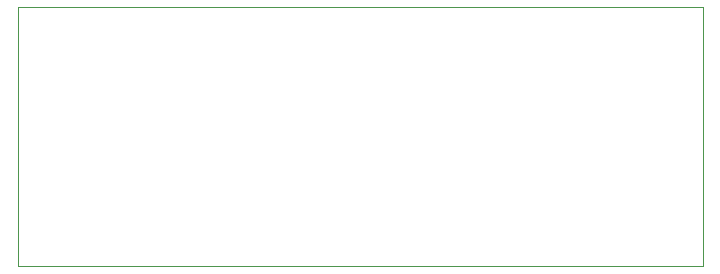
<source format=gbr>
%TF.GenerationSoftware,KiCad,Pcbnew,9.0.0*%
%TF.CreationDate,2025-03-31T15:03:09+01:00*%
%TF.ProjectId,vm_jacdaptor_no_swdio_0.1,766d5f6a-6163-4646-9170-746f725f6e6f,v0.1*%
%TF.SameCoordinates,PX58b1140PY3fe56c0*%
%TF.FileFunction,Other,User*%
%FSLAX45Y45*%
G04 Gerber Fmt 4.5, Leading zero omitted, Abs format (unit mm)*
G04 Created by KiCad (PCBNEW 9.0.0) date 2025-03-31 15:03:09*
%MOMM*%
%LPD*%
G01*
G04 APERTURE LIST*
%ADD10C,0.100000*%
%ADD11C,0.120000*%
%ADD12C,0.110000*%
%ADD13C,0.170000*%
%ADD14C,0.130000*%
%ADD15C,0.140000*%
G04 APERTURE END LIST*
D10*
X-2900000Y1100000D02*
X2900000Y1100000D01*
X2900000Y-1100000D01*
X-2900000Y-1100000D01*
X-2900000Y1100000D01*
D11*
%TO.C,GS3*%
X-400000Y-1100000D02*
X-400000Y-1100000D01*
D12*
%TO.C,GS1*%
X-100000Y-1100000D02*
X-100000Y-1100000D01*
D13*
%TO.C,GS14*%
X-500000Y-1100000D02*
X-500000Y-1100000D01*
D14*
%TO.C,GS2*%
X700000Y-1100000D02*
X700000Y-1100000D01*
D15*
%TO.C,GS13*%
X-600000Y-1100000D02*
X-600000Y-1100000D01*
%TD*%
M02*

</source>
